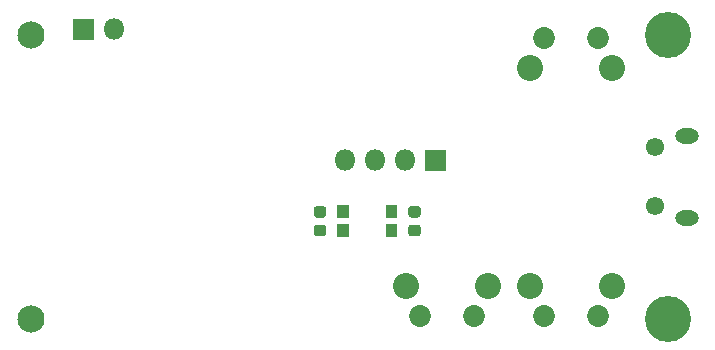
<source format=gbr>
G04 #@! TF.GenerationSoftware,KiCad,Pcbnew,5.1.9-73d0e3b20d~88~ubuntu20.04.1*
G04 #@! TF.CreationDate,2021-01-09T22:09:53-06:00*
G04 #@! TF.ProjectId,pcb,7063622e-6b69-4636-9164-5f7063625858,rev?*
G04 #@! TF.SameCoordinates,Original*
G04 #@! TF.FileFunction,Soldermask,Bot*
G04 #@! TF.FilePolarity,Negative*
%FSLAX46Y46*%
G04 Gerber Fmt 4.6, Leading zero omitted, Abs format (unit mm)*
G04 Created by KiCad (PCBNEW 5.1.9-73d0e3b20d~88~ubuntu20.04.1) date 2021-01-09 22:09:53*
%MOMM*%
%LPD*%
G01*
G04 APERTURE LIST*
%ADD10O,1.802000X1.802000*%
%ADD11C,2.202000*%
%ADD12C,1.852000*%
%ADD13C,3.902000*%
%ADD14C,2.302000*%
%ADD15O,2.002000X1.302000*%
%ADD16C,1.552000*%
G04 APERTURE END LIST*
D10*
X50040000Y-57500000D03*
G36*
G01*
X48350000Y-58401000D02*
X46650000Y-58401000D01*
G75*
G02*
X46599000Y-58350000I0J51000D01*
G01*
X46599000Y-56650000D01*
G75*
G02*
X46650000Y-56599000I51000J0D01*
G01*
X48350000Y-56599000D01*
G75*
G02*
X48401000Y-56650000I0J-51000D01*
G01*
X48401000Y-58350000D01*
G75*
G02*
X48350000Y-58401000I-51000J0D01*
G01*
G37*
G36*
G01*
X67781750Y-73451000D02*
X67218250Y-73451000D01*
G75*
G02*
X66974000Y-73206750I0J244250D01*
G01*
X66974000Y-72718250D01*
G75*
G02*
X67218250Y-72474000I244250J0D01*
G01*
X67781750Y-72474000D01*
G75*
G02*
X68026000Y-72718250I0J-244250D01*
G01*
X68026000Y-73206750D01*
G75*
G02*
X67781750Y-73451000I-244250J0D01*
G01*
G37*
G36*
G01*
X67781750Y-75026000D02*
X67218250Y-75026000D01*
G75*
G02*
X66974000Y-74781750I0J244250D01*
G01*
X66974000Y-74293250D01*
G75*
G02*
X67218250Y-74049000I244250J0D01*
G01*
X67781750Y-74049000D01*
G75*
G02*
X68026000Y-74293250I0J-244250D01*
G01*
X68026000Y-74781750D01*
G75*
G02*
X67781750Y-75026000I-244250J0D01*
G01*
G37*
G36*
G01*
X75218250Y-74049000D02*
X75781750Y-74049000D01*
G75*
G02*
X76026000Y-74293250I0J-244250D01*
G01*
X76026000Y-74781750D01*
G75*
G02*
X75781750Y-75026000I-244250J0D01*
G01*
X75218250Y-75026000D01*
G75*
G02*
X74974000Y-74781750I0J244250D01*
G01*
X74974000Y-74293250D01*
G75*
G02*
X75218250Y-74049000I244250J0D01*
G01*
G37*
G36*
G01*
X75218250Y-72474000D02*
X75781750Y-72474000D01*
G75*
G02*
X76026000Y-72718250I0J-244250D01*
G01*
X76026000Y-73206750D01*
G75*
G02*
X75781750Y-73451000I-244250J0D01*
G01*
X75218250Y-73451000D01*
G75*
G02*
X74974000Y-73206750I0J244250D01*
G01*
X74974000Y-72718250D01*
G75*
G02*
X75218250Y-72474000I244250J0D01*
G01*
G37*
G36*
G01*
X73049000Y-73450000D02*
X73049000Y-72450000D01*
G75*
G02*
X73100000Y-72399000I51000J0D01*
G01*
X74000000Y-72399000D01*
G75*
G02*
X74051000Y-72450000I0J-51000D01*
G01*
X74051000Y-73450000D01*
G75*
G02*
X74000000Y-73501000I-51000J0D01*
G01*
X73100000Y-73501000D01*
G75*
G02*
X73049000Y-73450000I0J51000D01*
G01*
G37*
G36*
G01*
X73049000Y-75050000D02*
X73049000Y-74050000D01*
G75*
G02*
X73100000Y-73999000I51000J0D01*
G01*
X74000000Y-73999000D01*
G75*
G02*
X74051000Y-74050000I0J-51000D01*
G01*
X74051000Y-75050000D01*
G75*
G02*
X74000000Y-75101000I-51000J0D01*
G01*
X73100000Y-75101000D01*
G75*
G02*
X73049000Y-75050000I0J51000D01*
G01*
G37*
G36*
G01*
X68949000Y-73450000D02*
X68949000Y-72450000D01*
G75*
G02*
X69000000Y-72399000I51000J0D01*
G01*
X69900000Y-72399000D01*
G75*
G02*
X69951000Y-72450000I0J-51000D01*
G01*
X69951000Y-73450000D01*
G75*
G02*
X69900000Y-73501000I-51000J0D01*
G01*
X69000000Y-73501000D01*
G75*
G02*
X68949000Y-73450000I0J51000D01*
G01*
G37*
G36*
G01*
X68949000Y-75050000D02*
X68949000Y-74050000D01*
G75*
G02*
X69000000Y-73999000I51000J0D01*
G01*
X69900000Y-73999000D01*
G75*
G02*
X69951000Y-74050000I0J-51000D01*
G01*
X69951000Y-75050000D01*
G75*
G02*
X69900000Y-75101000I-51000J0D01*
G01*
X69000000Y-75101000D01*
G75*
G02*
X68949000Y-75050000I0J51000D01*
G01*
G37*
D11*
X81750000Y-79260000D03*
D12*
X80500000Y-81750000D03*
X76000000Y-81750000D03*
D11*
X74740000Y-79260000D03*
D10*
X69630000Y-68600000D03*
X72170000Y-68600000D03*
X74710000Y-68600000D03*
G36*
G01*
X76400000Y-67699000D02*
X78100000Y-67699000D01*
G75*
G02*
X78151000Y-67750000I0J-51000D01*
G01*
X78151000Y-69450000D01*
G75*
G02*
X78100000Y-69501000I-51000J0D01*
G01*
X76400000Y-69501000D01*
G75*
G02*
X76349000Y-69450000I0J51000D01*
G01*
X76349000Y-67750000D01*
G75*
G02*
X76400000Y-67699000I51000J0D01*
G01*
G37*
D13*
X97000000Y-82000000D03*
X97000000Y-58000000D03*
D14*
X43000000Y-58000000D03*
X43000000Y-82000000D03*
D11*
X92250000Y-79260000D03*
D12*
X91000000Y-81750000D03*
X86500000Y-81750000D03*
D11*
X85240000Y-79260000D03*
X85250000Y-60740000D03*
D12*
X86500000Y-58250000D03*
X91000000Y-58250000D03*
D11*
X92260000Y-60740000D03*
D15*
X98547500Y-66500000D03*
X98547500Y-73500000D03*
D16*
X95847500Y-67500000D03*
X95847500Y-72500000D03*
M02*

</source>
